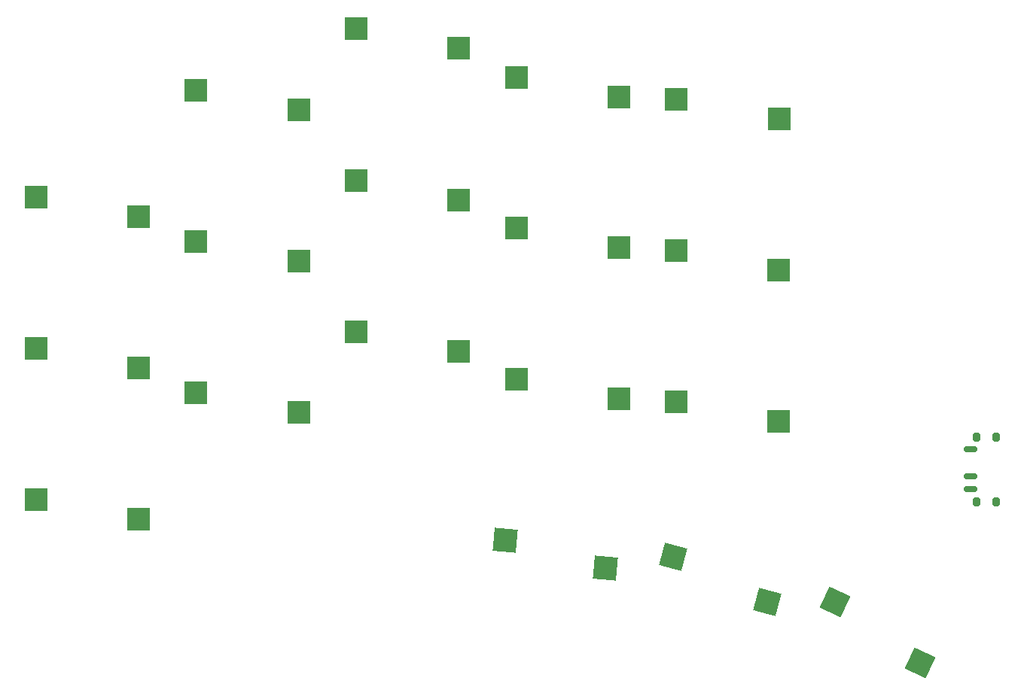
<source format=gbr>
%TF.GenerationSoftware,KiCad,Pcbnew,(6.0.0)*%
%TF.CreationDate,2022-10-21T13:54:34-07:00*%
%TF.ProjectId,half-swept,68616c66-2d73-4776-9570-742e6b696361,rev?*%
%TF.SameCoordinates,Original*%
%TF.FileFunction,Paste,Bot*%
%TF.FilePolarity,Positive*%
%FSLAX46Y46*%
G04 Gerber Fmt 4.6, Leading zero omitted, Abs format (unit mm)*
G04 Created by KiCad (PCBNEW (6.0.0)) date 2022-10-21 13:54:34*
%MOMM*%
%LPD*%
G01*
G04 APERTURE LIST*
G04 Aperture macros list*
%AMRoundRect*
0 Rectangle with rounded corners*
0 $1 Rounding radius*
0 $2 $3 $4 $5 $6 $7 $8 $9 X,Y pos of 4 corners*
0 Add a 4 corners polygon primitive as box body*
4,1,4,$2,$3,$4,$5,$6,$7,$8,$9,$2,$3,0*
0 Add four circle primitives for the rounded corners*
1,1,$1+$1,$2,$3*
1,1,$1+$1,$4,$5*
1,1,$1+$1,$6,$7*
1,1,$1+$1,$8,$9*
0 Add four rect primitives between the rounded corners*
20,1,$1+$1,$2,$3,$4,$5,0*
20,1,$1+$1,$4,$5,$6,$7,0*
20,1,$1+$1,$6,$7,$8,$9,0*
20,1,$1+$1,$8,$9,$2,$3,0*%
%AMRotRect*
0 Rectangle, with rotation*
0 The origin of the aperture is its center*
0 $1 length*
0 $2 width*
0 $3 Rotation angle, in degrees counterclockwise*
0 Add horizontal line*
21,1,$1,$2,0,0,$3*%
G04 Aperture macros list end*
%ADD10R,2.600000X2.600000*%
%ADD11RotRect,2.600000X2.600000X155.000000*%
%ADD12RotRect,2.600000X2.600000X165.000000*%
%ADD13RotRect,2.600000X2.600000X175.000000*%
%ADD14RoundRect,0.200000X-0.200000X0.300000X-0.200000X-0.300000X0.200000X-0.300000X0.200000X0.300000X0*%
%ADD15RoundRect,0.175000X-0.575000X0.175000X-0.575000X-0.175000X0.575000X-0.175000X0.575000X0.175000X0*%
G04 APERTURE END LIST*
D10*
%TO.C,SW2*%
X25901865Y-47255002D03*
X14351865Y-45055002D03*
%TD*%
%TO.C,SW3*%
X43901867Y-35255002D03*
X32351867Y-33055002D03*
%TD*%
%TO.C,SW4*%
X61901864Y-28255002D03*
X50351864Y-26055002D03*
%TD*%
%TO.C,SW5*%
X79901865Y-33755003D03*
X68351865Y-31555003D03*
%TD*%
%TO.C,SW6*%
X97901863Y-36255002D03*
X86351863Y-34055002D03*
%TD*%
%TO.C,SW8*%
X25901865Y-64255002D03*
X14351865Y-62055002D03*
%TD*%
%TO.C,SW9*%
X43901867Y-52229002D03*
X32351867Y-50029002D03*
%TD*%
%TO.C,SW10*%
X61901866Y-45371002D03*
X50351866Y-43171002D03*
%TD*%
%TO.C,SW11*%
X79901867Y-50705005D03*
X68351867Y-48505005D03*
%TD*%
%TO.C,SW12*%
X97881865Y-53245002D03*
X86331865Y-51045002D03*
%TD*%
%TO.C,SW14*%
X25901865Y-81254999D03*
X14351865Y-79054999D03*
%TD*%
%TO.C,SW15*%
X43901864Y-69247001D03*
X32351864Y-67047001D03*
%TD*%
%TO.C,SW16*%
X61901863Y-62389003D03*
X50351863Y-60189003D03*
%TD*%
%TO.C,SW17*%
X79901865Y-67723005D03*
X68351865Y-65523005D03*
%TD*%
%TO.C,SW18*%
X97875519Y-70263002D03*
X86325519Y-68063002D03*
%TD*%
D11*
%TO.C,SW20*%
X113780446Y-97481606D03*
X104242352Y-90606488D03*
%TD*%
D12*
%TO.C,SW21*%
X96550297Y-90599894D03*
X85963255Y-85485497D03*
%TD*%
D13*
%TO.C,SW1*%
X78420825Y-86817794D03*
X67106519Y-83619516D03*
%TD*%
D14*
%TO.C,SW13*%
X120113066Y-72022292D03*
X122323066Y-72022292D03*
X122323066Y-79322292D03*
X120113066Y-79322292D03*
D15*
X119463066Y-73422292D03*
X119463066Y-76422292D03*
X119463066Y-77922292D03*
%TD*%
M02*

</source>
